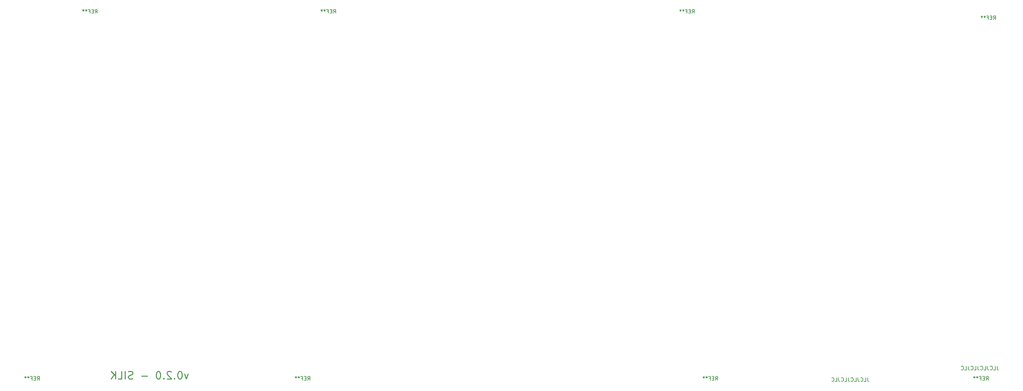
<source format=gbr>
G04 #@! TF.GenerationSoftware,KiCad,Pcbnew,5.1.6*
G04 #@! TF.CreationDate,2020-11-05T18:57:54+01:00*
G04 #@! TF.ProjectId,OTTO_FrontPanel_SMD,4f54544f-5f46-4726-9f6e-7450616e656c,rev?*
G04 #@! TF.SameCoordinates,Original*
G04 #@! TF.FileFunction,Legend,Bot*
G04 #@! TF.FilePolarity,Positive*
%FSLAX46Y46*%
G04 Gerber Fmt 4.6, Leading zero omitted, Abs format (unit mm)*
G04 Created by KiCad (PCBNEW 5.1.6) date 2020-11-05 18:57:54*
%MOMM*%
%LPD*%
G01*
G04 APERTURE LIST*
%ADD10C,0.250000*%
%ADD11C,0.150000*%
G04 APERTURE END LIST*
D10*
X76549314Y-107060228D02*
X76073123Y-108393561D01*
X75596933Y-107060228D01*
X74454076Y-106393561D02*
X74263600Y-106393561D01*
X74073123Y-106488800D01*
X73977885Y-106584038D01*
X73882647Y-106774514D01*
X73787409Y-107155466D01*
X73787409Y-107631657D01*
X73882647Y-108012609D01*
X73977885Y-108203085D01*
X74073123Y-108298323D01*
X74263600Y-108393561D01*
X74454076Y-108393561D01*
X74644552Y-108298323D01*
X74739790Y-108203085D01*
X74835028Y-108012609D01*
X74930266Y-107631657D01*
X74930266Y-107155466D01*
X74835028Y-106774514D01*
X74739790Y-106584038D01*
X74644552Y-106488800D01*
X74454076Y-106393561D01*
X72930266Y-108203085D02*
X72835028Y-108298323D01*
X72930266Y-108393561D01*
X73025504Y-108298323D01*
X72930266Y-108203085D01*
X72930266Y-108393561D01*
X72073123Y-106584038D02*
X71977885Y-106488800D01*
X71787409Y-106393561D01*
X71311219Y-106393561D01*
X71120742Y-106488800D01*
X71025504Y-106584038D01*
X70930266Y-106774514D01*
X70930266Y-106964990D01*
X71025504Y-107250704D01*
X72168361Y-108393561D01*
X70930266Y-108393561D01*
X70073123Y-108203085D02*
X69977885Y-108298323D01*
X70073123Y-108393561D01*
X70168361Y-108298323D01*
X70073123Y-108203085D01*
X70073123Y-108393561D01*
X68739790Y-106393561D02*
X68549314Y-106393561D01*
X68358838Y-106488800D01*
X68263600Y-106584038D01*
X68168361Y-106774514D01*
X68073123Y-107155466D01*
X68073123Y-107631657D01*
X68168361Y-108012609D01*
X68263600Y-108203085D01*
X68358838Y-108298323D01*
X68549314Y-108393561D01*
X68739790Y-108393561D01*
X68930266Y-108298323D01*
X69025504Y-108203085D01*
X69120742Y-108012609D01*
X69215980Y-107631657D01*
X69215980Y-107155466D01*
X69120742Y-106774514D01*
X69025504Y-106584038D01*
X68930266Y-106488800D01*
X68739790Y-106393561D01*
X65692171Y-107631657D02*
X64168361Y-107631657D01*
X61787409Y-108298323D02*
X61501695Y-108393561D01*
X61025504Y-108393561D01*
X60835028Y-108298323D01*
X60739790Y-108203085D01*
X60644552Y-108012609D01*
X60644552Y-107822133D01*
X60739790Y-107631657D01*
X60835028Y-107536419D01*
X61025504Y-107441180D01*
X61406457Y-107345942D01*
X61596933Y-107250704D01*
X61692171Y-107155466D01*
X61787409Y-106964990D01*
X61787409Y-106774514D01*
X61692171Y-106584038D01*
X61596933Y-106488800D01*
X61406457Y-106393561D01*
X60930266Y-106393561D01*
X60644552Y-106488800D01*
X59787409Y-108393561D02*
X59787409Y-106393561D01*
X57882647Y-108393561D02*
X58835028Y-108393561D01*
X58835028Y-106393561D01*
X57215980Y-108393561D02*
X57215980Y-106393561D01*
X56073123Y-108393561D02*
X56930266Y-107250704D01*
X56073123Y-106393561D02*
X57215980Y-107536419D01*
D11*
X257352647Y-108071180D02*
X257352647Y-108785466D01*
X257400266Y-108928323D01*
X257495504Y-109023561D01*
X257638361Y-109071180D01*
X257733600Y-109071180D01*
X256400266Y-109071180D02*
X256876457Y-109071180D01*
X256876457Y-108071180D01*
X255495504Y-108975942D02*
X255543123Y-109023561D01*
X255685980Y-109071180D01*
X255781219Y-109071180D01*
X255924076Y-109023561D01*
X256019314Y-108928323D01*
X256066933Y-108833085D01*
X256114552Y-108642609D01*
X256114552Y-108499752D01*
X256066933Y-108309276D01*
X256019314Y-108214038D01*
X255924076Y-108118800D01*
X255781219Y-108071180D01*
X255685980Y-108071180D01*
X255543123Y-108118800D01*
X255495504Y-108166419D01*
X254781219Y-108071180D02*
X254781219Y-108785466D01*
X254828838Y-108928323D01*
X254924076Y-109023561D01*
X255066933Y-109071180D01*
X255162171Y-109071180D01*
X253828838Y-109071180D02*
X254305028Y-109071180D01*
X254305028Y-108071180D01*
X252924076Y-108975942D02*
X252971695Y-109023561D01*
X253114552Y-109071180D01*
X253209790Y-109071180D01*
X253352647Y-109023561D01*
X253447885Y-108928323D01*
X253495504Y-108833085D01*
X253543123Y-108642609D01*
X253543123Y-108499752D01*
X253495504Y-108309276D01*
X253447885Y-108214038D01*
X253352647Y-108118800D01*
X253209790Y-108071180D01*
X253114552Y-108071180D01*
X252971695Y-108118800D01*
X252924076Y-108166419D01*
X252209790Y-108071180D02*
X252209790Y-108785466D01*
X252257409Y-108928323D01*
X252352647Y-109023561D01*
X252495504Y-109071180D01*
X252590742Y-109071180D01*
X251257409Y-109071180D02*
X251733600Y-109071180D01*
X251733600Y-108071180D01*
X250352647Y-108975942D02*
X250400266Y-109023561D01*
X250543123Y-109071180D01*
X250638361Y-109071180D01*
X250781219Y-109023561D01*
X250876457Y-108928323D01*
X250924076Y-108833085D01*
X250971695Y-108642609D01*
X250971695Y-108499752D01*
X250924076Y-108309276D01*
X250876457Y-108214038D01*
X250781219Y-108118800D01*
X250638361Y-108071180D01*
X250543123Y-108071180D01*
X250400266Y-108118800D01*
X250352647Y-108166419D01*
X249638361Y-108071180D02*
X249638361Y-108785466D01*
X249685980Y-108928323D01*
X249781219Y-109023561D01*
X249924076Y-109071180D01*
X250019314Y-109071180D01*
X248685980Y-109071180D02*
X249162171Y-109071180D01*
X249162171Y-108071180D01*
X247781219Y-108975942D02*
X247828838Y-109023561D01*
X247971695Y-109071180D01*
X248066933Y-109071180D01*
X248209790Y-109023561D01*
X248305028Y-108928323D01*
X248352647Y-108833085D01*
X248400266Y-108642609D01*
X248400266Y-108499752D01*
X248352647Y-108309276D01*
X248305028Y-108214038D01*
X248209790Y-108118800D01*
X248066933Y-108071180D01*
X247971695Y-108071180D01*
X247828838Y-108118800D01*
X247781219Y-108166419D01*
X291819047Y-105002380D02*
X291819047Y-105716666D01*
X291866666Y-105859523D01*
X291961904Y-105954761D01*
X292104761Y-106002380D01*
X292200000Y-106002380D01*
X290866666Y-106002380D02*
X291342857Y-106002380D01*
X291342857Y-105002380D01*
X289961904Y-105907142D02*
X290009523Y-105954761D01*
X290152380Y-106002380D01*
X290247619Y-106002380D01*
X290390476Y-105954761D01*
X290485714Y-105859523D01*
X290533333Y-105764285D01*
X290580952Y-105573809D01*
X290580952Y-105430952D01*
X290533333Y-105240476D01*
X290485714Y-105145238D01*
X290390476Y-105050000D01*
X290247619Y-105002380D01*
X290152380Y-105002380D01*
X290009523Y-105050000D01*
X289961904Y-105097619D01*
X289247619Y-105002380D02*
X289247619Y-105716666D01*
X289295238Y-105859523D01*
X289390476Y-105954761D01*
X289533333Y-106002380D01*
X289628571Y-106002380D01*
X288295238Y-106002380D02*
X288771428Y-106002380D01*
X288771428Y-105002380D01*
X287390476Y-105907142D02*
X287438095Y-105954761D01*
X287580952Y-106002380D01*
X287676190Y-106002380D01*
X287819047Y-105954761D01*
X287914285Y-105859523D01*
X287961904Y-105764285D01*
X288009523Y-105573809D01*
X288009523Y-105430952D01*
X287961904Y-105240476D01*
X287914285Y-105145238D01*
X287819047Y-105050000D01*
X287676190Y-105002380D01*
X287580952Y-105002380D01*
X287438095Y-105050000D01*
X287390476Y-105097619D01*
X286676190Y-105002380D02*
X286676190Y-105716666D01*
X286723809Y-105859523D01*
X286819047Y-105954761D01*
X286961904Y-106002380D01*
X287057142Y-106002380D01*
X285723809Y-106002380D02*
X286200000Y-106002380D01*
X286200000Y-105002380D01*
X284819047Y-105907142D02*
X284866666Y-105954761D01*
X285009523Y-106002380D01*
X285104761Y-106002380D01*
X285247619Y-105954761D01*
X285342857Y-105859523D01*
X285390476Y-105764285D01*
X285438095Y-105573809D01*
X285438095Y-105430952D01*
X285390476Y-105240476D01*
X285342857Y-105145238D01*
X285247619Y-105050000D01*
X285104761Y-105002380D01*
X285009523Y-105002380D01*
X284866666Y-105050000D01*
X284819047Y-105097619D01*
X284104761Y-105002380D02*
X284104761Y-105716666D01*
X284152380Y-105859523D01*
X284247619Y-105954761D01*
X284390476Y-106002380D01*
X284485714Y-106002380D01*
X283152380Y-106002380D02*
X283628571Y-106002380D01*
X283628571Y-105002380D01*
X282247619Y-105907142D02*
X282295238Y-105954761D01*
X282438095Y-106002380D01*
X282533333Y-106002380D01*
X282676190Y-105954761D01*
X282771428Y-105859523D01*
X282819047Y-105764285D01*
X282866666Y-105573809D01*
X282866666Y-105430952D01*
X282819047Y-105240476D01*
X282771428Y-105145238D01*
X282676190Y-105050000D01*
X282533333Y-105002380D01*
X282438095Y-105002380D01*
X282295238Y-105050000D01*
X282247619Y-105097619D01*
X36393333Y-108762380D02*
X36726666Y-108286190D01*
X36964761Y-108762380D02*
X36964761Y-107762380D01*
X36583809Y-107762380D01*
X36488571Y-107810000D01*
X36440952Y-107857619D01*
X36393333Y-107952857D01*
X36393333Y-108095714D01*
X36440952Y-108190952D01*
X36488571Y-108238571D01*
X36583809Y-108286190D01*
X36964761Y-108286190D01*
X35964761Y-108238571D02*
X35631428Y-108238571D01*
X35488571Y-108762380D02*
X35964761Y-108762380D01*
X35964761Y-107762380D01*
X35488571Y-107762380D01*
X34726666Y-108238571D02*
X35060000Y-108238571D01*
X35060000Y-108762380D02*
X35060000Y-107762380D01*
X34583809Y-107762380D01*
X34060000Y-107762380D02*
X34060000Y-108000476D01*
X34298095Y-107905238D02*
X34060000Y-108000476D01*
X33821904Y-107905238D01*
X34202857Y-108190952D02*
X34060000Y-108000476D01*
X33917142Y-108190952D01*
X33298095Y-107762380D02*
X33298095Y-108000476D01*
X33536190Y-107905238D02*
X33298095Y-108000476D01*
X33060000Y-107905238D01*
X33440952Y-108190952D02*
X33298095Y-108000476D01*
X33155238Y-108190952D01*
X108363333Y-108752380D02*
X108696666Y-108276190D01*
X108934761Y-108752380D02*
X108934761Y-107752380D01*
X108553809Y-107752380D01*
X108458571Y-107800000D01*
X108410952Y-107847619D01*
X108363333Y-107942857D01*
X108363333Y-108085714D01*
X108410952Y-108180952D01*
X108458571Y-108228571D01*
X108553809Y-108276190D01*
X108934761Y-108276190D01*
X107934761Y-108228571D02*
X107601428Y-108228571D01*
X107458571Y-108752380D02*
X107934761Y-108752380D01*
X107934761Y-107752380D01*
X107458571Y-107752380D01*
X106696666Y-108228571D02*
X107030000Y-108228571D01*
X107030000Y-108752380D02*
X107030000Y-107752380D01*
X106553809Y-107752380D01*
X106030000Y-107752380D02*
X106030000Y-107990476D01*
X106268095Y-107895238D02*
X106030000Y-107990476D01*
X105791904Y-107895238D01*
X106172857Y-108180952D02*
X106030000Y-107990476D01*
X105887142Y-108180952D01*
X105268095Y-107752380D02*
X105268095Y-107990476D01*
X105506190Y-107895238D02*
X105268095Y-107990476D01*
X105030000Y-107895238D01*
X105410952Y-108180952D02*
X105268095Y-107990476D01*
X105125238Y-108180952D01*
X210663333Y-11072380D02*
X210996666Y-10596190D01*
X211234761Y-11072380D02*
X211234761Y-10072380D01*
X210853809Y-10072380D01*
X210758571Y-10120000D01*
X210710952Y-10167619D01*
X210663333Y-10262857D01*
X210663333Y-10405714D01*
X210710952Y-10500952D01*
X210758571Y-10548571D01*
X210853809Y-10596190D01*
X211234761Y-10596190D01*
X210234761Y-10548571D02*
X209901428Y-10548571D01*
X209758571Y-11072380D02*
X210234761Y-11072380D01*
X210234761Y-10072380D01*
X209758571Y-10072380D01*
X208996666Y-10548571D02*
X209330000Y-10548571D01*
X209330000Y-11072380D02*
X209330000Y-10072380D01*
X208853809Y-10072380D01*
X208330000Y-10072380D02*
X208330000Y-10310476D01*
X208568095Y-10215238D02*
X208330000Y-10310476D01*
X208091904Y-10215238D01*
X208472857Y-10500952D02*
X208330000Y-10310476D01*
X208187142Y-10500952D01*
X207568095Y-10072380D02*
X207568095Y-10310476D01*
X207806190Y-10215238D02*
X207568095Y-10310476D01*
X207330000Y-10215238D01*
X207710952Y-10500952D02*
X207568095Y-10310476D01*
X207425238Y-10500952D01*
X290843333Y-12772380D02*
X291176666Y-12296190D01*
X291414761Y-12772380D02*
X291414761Y-11772380D01*
X291033809Y-11772380D01*
X290938571Y-11820000D01*
X290890952Y-11867619D01*
X290843333Y-11962857D01*
X290843333Y-12105714D01*
X290890952Y-12200952D01*
X290938571Y-12248571D01*
X291033809Y-12296190D01*
X291414761Y-12296190D01*
X290414761Y-12248571D02*
X290081428Y-12248571D01*
X289938571Y-12772380D02*
X290414761Y-12772380D01*
X290414761Y-11772380D01*
X289938571Y-11772380D01*
X289176666Y-12248571D02*
X289510000Y-12248571D01*
X289510000Y-12772380D02*
X289510000Y-11772380D01*
X289033809Y-11772380D01*
X288510000Y-11772380D02*
X288510000Y-12010476D01*
X288748095Y-11915238D02*
X288510000Y-12010476D01*
X288271904Y-11915238D01*
X288652857Y-12200952D02*
X288510000Y-12010476D01*
X288367142Y-12200952D01*
X287748095Y-11772380D02*
X287748095Y-12010476D01*
X287986190Y-11915238D02*
X287748095Y-12010476D01*
X287510000Y-11915238D01*
X287890952Y-12200952D02*
X287748095Y-12010476D01*
X287605238Y-12200952D01*
X51793333Y-11072380D02*
X52126666Y-10596190D01*
X52364761Y-11072380D02*
X52364761Y-10072380D01*
X51983809Y-10072380D01*
X51888571Y-10120000D01*
X51840952Y-10167619D01*
X51793333Y-10262857D01*
X51793333Y-10405714D01*
X51840952Y-10500952D01*
X51888571Y-10548571D01*
X51983809Y-10596190D01*
X52364761Y-10596190D01*
X51364761Y-10548571D02*
X51031428Y-10548571D01*
X50888571Y-11072380D02*
X51364761Y-11072380D01*
X51364761Y-10072380D01*
X50888571Y-10072380D01*
X50126666Y-10548571D02*
X50460000Y-10548571D01*
X50460000Y-11072380D02*
X50460000Y-10072380D01*
X49983809Y-10072380D01*
X49460000Y-10072380D02*
X49460000Y-10310476D01*
X49698095Y-10215238D02*
X49460000Y-10310476D01*
X49221904Y-10215238D01*
X49602857Y-10500952D02*
X49460000Y-10310476D01*
X49317142Y-10500952D01*
X48698095Y-10072380D02*
X48698095Y-10310476D01*
X48936190Y-10215238D02*
X48698095Y-10310476D01*
X48460000Y-10215238D01*
X48840952Y-10500952D02*
X48698095Y-10310476D01*
X48555238Y-10500952D01*
X216863333Y-108752380D02*
X217196666Y-108276190D01*
X217434761Y-108752380D02*
X217434761Y-107752380D01*
X217053809Y-107752380D01*
X216958571Y-107800000D01*
X216910952Y-107847619D01*
X216863333Y-107942857D01*
X216863333Y-108085714D01*
X216910952Y-108180952D01*
X216958571Y-108228571D01*
X217053809Y-108276190D01*
X217434761Y-108276190D01*
X216434761Y-108228571D02*
X216101428Y-108228571D01*
X215958571Y-108752380D02*
X216434761Y-108752380D01*
X216434761Y-107752380D01*
X215958571Y-107752380D01*
X215196666Y-108228571D02*
X215530000Y-108228571D01*
X215530000Y-108752380D02*
X215530000Y-107752380D01*
X215053809Y-107752380D01*
X214530000Y-107752380D02*
X214530000Y-107990476D01*
X214768095Y-107895238D02*
X214530000Y-107990476D01*
X214291904Y-107895238D01*
X214672857Y-108180952D02*
X214530000Y-107990476D01*
X214387142Y-108180952D01*
X213768095Y-107752380D02*
X213768095Y-107990476D01*
X214006190Y-107895238D02*
X213768095Y-107990476D01*
X213530000Y-107895238D01*
X213910952Y-108180952D02*
X213768095Y-107990476D01*
X213625238Y-108180952D01*
X288863333Y-108752380D02*
X289196666Y-108276190D01*
X289434761Y-108752380D02*
X289434761Y-107752380D01*
X289053809Y-107752380D01*
X288958571Y-107800000D01*
X288910952Y-107847619D01*
X288863333Y-107942857D01*
X288863333Y-108085714D01*
X288910952Y-108180952D01*
X288958571Y-108228571D01*
X289053809Y-108276190D01*
X289434761Y-108276190D01*
X288434761Y-108228571D02*
X288101428Y-108228571D01*
X287958571Y-108752380D02*
X288434761Y-108752380D01*
X288434761Y-107752380D01*
X287958571Y-107752380D01*
X287196666Y-108228571D02*
X287530000Y-108228571D01*
X287530000Y-108752380D02*
X287530000Y-107752380D01*
X287053809Y-107752380D01*
X286530000Y-107752380D02*
X286530000Y-107990476D01*
X286768095Y-107895238D02*
X286530000Y-107990476D01*
X286291904Y-107895238D01*
X286672857Y-108180952D02*
X286530000Y-107990476D01*
X286387142Y-108180952D01*
X285768095Y-107752380D02*
X285768095Y-107990476D01*
X286006190Y-107895238D02*
X285768095Y-107990476D01*
X285530000Y-107895238D01*
X285910952Y-108180952D02*
X285768095Y-107990476D01*
X285625238Y-108180952D01*
X115213333Y-11072380D02*
X115546666Y-10596190D01*
X115784761Y-11072380D02*
X115784761Y-10072380D01*
X115403809Y-10072380D01*
X115308571Y-10120000D01*
X115260952Y-10167619D01*
X115213333Y-10262857D01*
X115213333Y-10405714D01*
X115260952Y-10500952D01*
X115308571Y-10548571D01*
X115403809Y-10596190D01*
X115784761Y-10596190D01*
X114784761Y-10548571D02*
X114451428Y-10548571D01*
X114308571Y-11072380D02*
X114784761Y-11072380D01*
X114784761Y-10072380D01*
X114308571Y-10072380D01*
X113546666Y-10548571D02*
X113880000Y-10548571D01*
X113880000Y-11072380D02*
X113880000Y-10072380D01*
X113403809Y-10072380D01*
X112880000Y-10072380D02*
X112880000Y-10310476D01*
X113118095Y-10215238D02*
X112880000Y-10310476D01*
X112641904Y-10215238D01*
X113022857Y-10500952D02*
X112880000Y-10310476D01*
X112737142Y-10500952D01*
X112118095Y-10072380D02*
X112118095Y-10310476D01*
X112356190Y-10215238D02*
X112118095Y-10310476D01*
X111880000Y-10215238D01*
X112260952Y-10500952D02*
X112118095Y-10310476D01*
X111975238Y-10500952D01*
M02*

</source>
